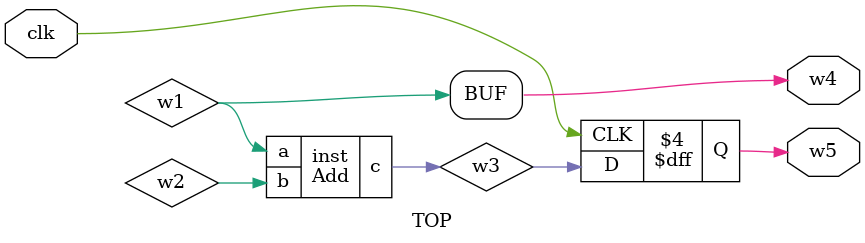
<source format=v>
module Add(a, b, c);
  input a;
  input b;
  output c;
  assign c = a+b;
endmodule

module TOP(clk,w5, w4);
  input  clk;
  wire   w1;
  wire   w2;
  wire   w3;
  output w4;
  output reg w5;
  
  assign w4 = w1;
  
  initial begin
    w5<=1'b1;
  end

  Add inst(w1,w2,w3);
  always@(posedge clk) begin
    w5<=w3;
  end

endmodule

</source>
